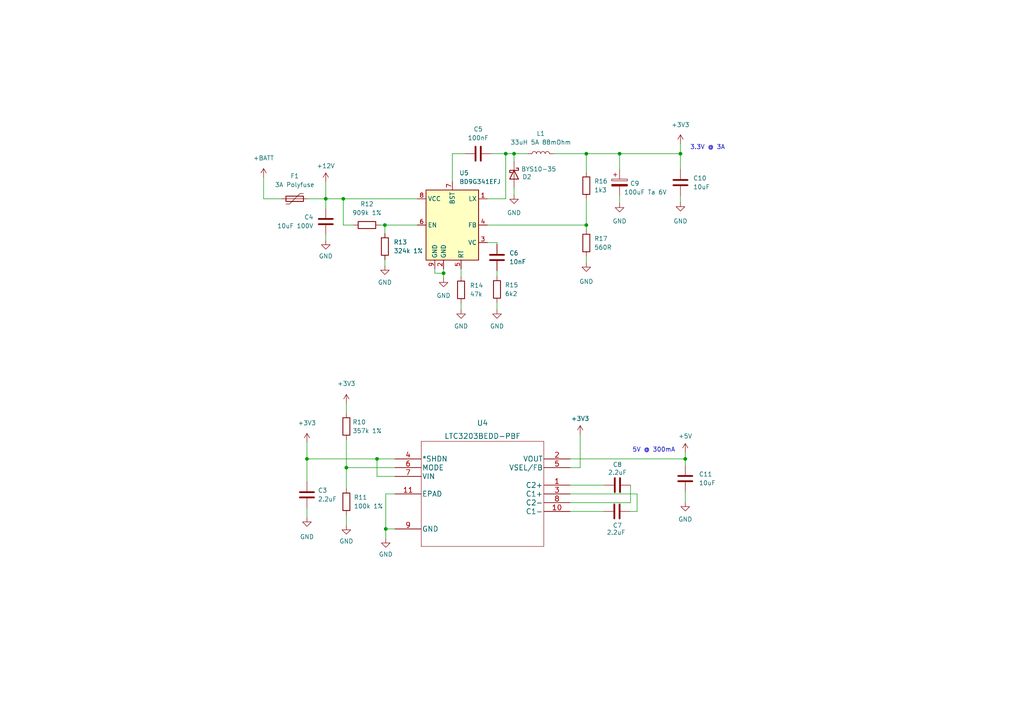
<source format=kicad_sch>
(kicad_sch (version 20211123) (generator eeschema)
  (paper "A4")
  (title_block (title "LINBus Valve Controller") (date "2023-02-17") (rev "1.0") (company "Gavin Hurlbut"))
  (lib_symbols
    (symbol "Beirdo:BD9G341EFJ"
      (property "Reference" "U" (at -6.35 11.43 0))
      (property "Value" "BD9G341EFJ" (at 7.62 11.43 0))
      (symbol "BD9G341EFJ_0_1"
        (rectangle (start -7.62 10.16) (end 7.62 -10.16) (stroke (width 0.254)) (fill (type background)))
      )
      (symbol "BD9G341EFJ_1_1"
        (pin passive line (at 10.16 7.62 180) (length 2.54) (name "LX") (number "1"))
        (pin power_in line (at -2.54 -12.7 90) (length 2.54) (name "GND") (number "2"))
        (pin output line (at 10.16 -5.08 180) (length 2.54) (name "VC") (number "3"))
        (pin input line (at 10.16 0 180) (length 2.54) (name "FB") (number "4"))
        (pin input line (at 2.54 -12.7 90) (length 2.54) (name "RT") (number "5"))
        (pin input line (at -10.16 0 0) (length 2.54) (name "EN") (number "6"))
        (pin input line (at 0 12.7 270) (length 2.54) (name "BST") (number "7"))
        (pin power_in line (at -10.16 7.62 0) (length 2.54) (name "VCC") (number "8"))
        (pin power_in line (at -5.08 -12.7 90) (length 2.54) (name "GND") (number "9"))
      )
    )
    (symbol "Device:C" (pin_numbers hide) (pin_names (offset 0.254))
      (property "Reference" "C" (at 0.635 2.54 0))
      (property "Value" "C" (at 0.635 -2.54 0))
      (symbol "C_0_1"
        (polyline (pts (xy -2.032 -0.762) (xy 2.032 -0.762)) (stroke (width 0.508)))
        (polyline (pts (xy -2.032 0.762) (xy 2.032 0.762)) (stroke (width 0.508)))
      )
      (symbol "C_1_1"
        (pin passive line (at 0 3.81 270) (length 2.794) (name "~") (number "1"))
        (pin passive line (at 0 -3.81 90) (length 2.794) (name "~") (number "2"))
      )
    )
    (symbol "Device:C_Polarized" (pin_numbers hide) (pin_names (offset 0.254))
      (property "Reference" "C" (at 0.635 2.54 0))
      (property "Value" "C_Polarized" (at 0.635 -2.54 0))
      (symbol "C_Polarized_0_1"
        (rectangle (start -2.286 0.508) (end 2.286 1.016))
        (polyline (pts (xy -1.778 2.286) (xy -0.762 2.286)))
        (polyline (pts (xy -1.27 2.794) (xy -1.27 1.778)))
        (rectangle (start 2.286 -0.508) (end -2.286 -1.016) (fill (type outline)))
      )
      (symbol "C_Polarized_1_1"
        (pin passive line (at 0 3.81 270) (length 2.794) (name "~") (number "1"))
        (pin passive line (at 0 -3.81 90) (length 2.794) (name "~") (number "2"))
      )
    )
    (symbol "Device:D_Schottky" (pin_numbers hide) (pin_names (offset 1.016) hide)
      (property "Reference" "D" (at 0 2.54 0))
      (property "Value" "D_Schottky" (at 0 -2.54 0))
      (symbol "D_Schottky_0_1"
        (polyline (pts (xy 1.27 0) (xy -1.27 0)))
        (polyline (pts (xy 1.27 1.27) (xy 1.27 -1.27) (xy -1.27 0) (xy 1.27 1.27)) (stroke (width 0.254)))
        (polyline (pts (xy -1.905 0.635) (xy -1.905 1.27) (xy -1.27 1.27) (xy -1.27 -1.27) (xy -0.635 -1.27) (xy -0.635 -0.635)) (stroke (width 0.254)))
      )
      (symbol "D_Schottky_1_1"
        (pin passive line (at -3.81 0 0) (length 2.54) (name "K") (number "1"))
        (pin passive line (at 3.81 0 180) (length 2.54) (name "A") (number "2"))
      )
    )
    (symbol "Device:L" (pin_numbers hide) (pin_names (offset 1.016) hide)
      (property "Reference" "L" (at -1.27 0 90))
      (property "Value" "L" (at 1.905 0 90))
      (symbol "L_0_1"
        (arc (start 0 -2.54) (mid 0.635 -1.905) (end 0 -1.27))
        (arc (start 0 -1.27) (mid 0.635 -0.635) (end 0 0))
        (arc (start 0 0) (mid 0.635 0.635) (end 0 1.27))
        (arc (start 0 1.27) (mid 0.635 1.905) (end 0 2.54))
      )
      (symbol "L_1_1"
        (pin passive line (at 0 3.81 270) (length 1.27) (name "1") (number "1"))
        (pin passive line (at 0 -3.81 90) (length 1.27) (name "2") (number "2"))
      )
    )
    (symbol "Device:Polyfuse" (pin_numbers hide) (pin_names (offset 0))
      (property "Reference" "F" (at -2.54 0 90))
      (property "Value" "Polyfuse" (at 2.54 0 90))
      (symbol "Polyfuse_0_1"
        (rectangle (start -0.762 2.54) (end 0.762 -2.54) (stroke (width 0.254)))
        (polyline (pts (xy 0 2.54) (xy 0 -2.54)))
        (polyline (pts (xy -1.524 2.54) (xy -1.524 1.524) (xy 1.524 -1.524) (xy 1.524 -2.54)))
      )
      (symbol "Polyfuse_1_1"
        (pin passive line (at 0 3.81 270) (length 1.27) (name "~") (number "1"))
        (pin passive line (at 0 -3.81 90) (length 1.27) (name "~") (number "2"))
      )
    )
    (symbol "Device:R" (pin_numbers hide) (pin_names (offset 0))
      (property "Reference" "R" (at 2.032 0 90))
      (property "Value" "R" (at 0 0 90))
      (symbol "R_0_1"
        (rectangle (start -1.016 -2.54) (end 1.016 2.54) (stroke (width 0.254)))
      )
      (symbol "R_1_1"
        (pin passive line (at 0 3.81 270) (length 1.27) (name "~") (number "1"))
        (pin passive line (at 0 -3.81 90) (length 1.27) (name "~") (number "2"))
      )
    )
    (symbol "UltraLibrarian:LTC3203BEDD-PBF" (pin_names (offset 0.254))
      (property "Reference" "U" (at 25.4 10.16 0))
      (property "Value" "LTC3203BEDD-PBF" (at 25.4 7.62 0))
      (symbol "LTC3203BEDD-PBF_1_1"
        (polyline (pts (xy 7.62 -25.4) (xy 43.18 -25.4)) (stroke (width 0.127)))
        (polyline (pts (xy 7.62 5.08) (xy 7.62 -25.4)) (stroke (width 0.127)))
        (polyline (pts (xy 43.18 -25.4) (xy 43.18 5.08)) (stroke (width 0.127)))
        (polyline (pts (xy 43.18 5.08) (xy 7.62 5.08)) (stroke (width 0.127)))
        (pin unspecified line (at 50.8 -7.62 180) (length 7.62) (name "C2+") (number "1"))
        (pin unspecified line (at 50.8 -15.24 180) (length 7.62) (name "C1-") (number "10"))
        (pin unspecified line (at 0 -10.16 0) (length 7.62) (name "EPAD") (number "11"))
        (pin output line (at 50.8 0 180) (length 7.62) (name "VOUT") (number "2"))
        (pin unspecified line (at 50.8 -10.16 180) (length 7.62) (name "C1+") (number "3"))
        (pin input line (at 0 0 0) (length 7.62) (name "*SHDN") (number "4"))
        (pin output line (at 50.8 -2.54 180) (length 7.62) (name "VSEL/FB") (number "5"))
        (pin input line (at 0 -2.54 0) (length 7.62) (name "MODE") (number "6"))
        (pin input line (at 0 -5.08 0) (length 7.62) (name "VIN") (number "7"))
        (pin unspecified line (at 50.8 -12.7 180) (length 7.62) (name "C2-") (number "8"))
        (pin power_in line (at 0 -20.32 0) (length 7.62) (name "GND") (number "9"))
      )
    )
    (symbol "power:+12V" (power) (pin_names (offset 0))
      (property "Value" "+12V" (at 0 3.556 0))
      (symbol "+12V_0_1"
        (polyline (pts (xy -0.762 1.27) (xy 0 2.54)))
        (polyline (pts (xy 0 0) (xy 0 2.54)))
        (polyline (pts (xy 0 2.54) (xy 0.762 1.27)))
      )
      (symbol "+12V_1_1"
        (pin power_in line (at 0 0 90) (length 0) hide (name "+12V") (number "1"))
      )
    )
    (symbol "power:+3V3" (power) (pin_names (offset 0))
      (property "Value" "+3V3" (at 0 3.556 0))
      (symbol "+3V3_0_1"
        (polyline (pts (xy -0.762 1.27) (xy 0 2.54)))
        (polyline (pts (xy 0 0) (xy 0 2.54)))
        (polyline (pts (xy 0 2.54) (xy 0.762 1.27)))
      )
      (symbol "+3V3_1_1"
        (pin power_in line (at 0 0 90) (length 0) hide (name "+3V3") (number "1"))
      )
    )
    (symbol "power:+5V" (power) (pin_names (offset 0))
      (property "Value" "+5V" (at 0 3.556 0))
      (symbol "+5V_0_1"
        (polyline (pts (xy -0.762 1.27) (xy 0 2.54)))
        (polyline (pts (xy 0 0) (xy 0 2.54)))
        (polyline (pts (xy 0 2.54) (xy 0.762 1.27)))
      )
      (symbol "+5V_1_1"
        (pin power_in line (at 0 0 90) (length 0) hide (name "+5V") (number "1"))
      )
    )
    (symbol "power:+BATT" (power) (pin_names (offset 0))
      (property "Value" "+BATT" (at 0 3.556 0))
      (symbol "+BATT_0_1"
        (polyline (pts (xy -0.762 1.27) (xy 0 2.54)))
        (polyline (pts (xy 0 0) (xy 0 2.54)))
        (polyline (pts (xy 0 2.54) (xy 0.762 1.27)))
      )
      (symbol "+BATT_1_1"
        (pin power_in line (at 0 0 90) (length 0) hide (name "+BATT") (number "1"))
      )
    )
    (symbol "power:GND" (power) (pin_names (offset 0))
      (property "Value" "GND" (at 0 -3.81 0))
      (symbol "GND_0_1"
        (polyline (pts (xy 0 0) (xy 0 -1.27) (xy 1.27 -1.27) (xy 0 -2.54) (xy -1.27 -1.27) (xy 0 -1.27)))
      )
      (symbol "GND_1_1"
        (pin power_in line (at 0 0 270) (length 0) hide (name "GND") (number "1"))
      )
    )
  )
  (junction (at 109.347 133.096))
  (junction (at 179.705 44.577))
  (junction (at 170.053 44.577))
  (junction (at 94.488 57.658))
  (junction (at 99.568 57.658))
  (junction (at 111.887 153.416))
  (junction (at 89.027 133.096))
  (junction (at 100.457 135.636))
  (junction (at 149.098 44.577))
  (junction (at 198.755 133.096))
  (junction (at 128.651 79.248))
  (junction (at 197.358 44.577))
  (junction (at 170.053 65.278))
  (junction (at 146.685 44.577))
  (junction (at 111.633 65.278))
  (wire (pts (xy 170.053 74.295) (xy 170.053 76.2)))
  (wire (pts (xy 100.457 116.967) (xy 100.457 119.888)))
  (wire (pts (xy 142.494 44.577) (xy 146.685 44.577)))
  (wire (pts (xy 170.053 65.278) (xy 170.053 66.675)))
  (wire (pts (xy 165.354 148.336) (xy 175.133 148.336)))
  (wire (pts (xy 149.098 44.577) (xy 149.098 46.863)))
  (wire (pts (xy 128.651 79.248) (xy 128.651 80.645)))
  (wire (pts (xy 128.651 77.978) (xy 128.651 79.248)))
  (wire (pts (xy 184.785 148.336) (xy 182.753 148.336)))
  (wire (pts (xy 197.358 41.656) (xy 197.358 44.577)))
  (wire (pts (xy 111.887 143.256) (xy 111.887 153.416)))
  (wire (pts (xy 94.488 52.705) (xy 94.488 57.658)))
  (wire (pts (xy 198.755 131.191) (xy 198.755 133.096)))
  (wire (pts (xy 81.661 57.658) (xy 76.454 57.658)))
  (wire (pts (xy 109.347 133.096) (xy 114.554 133.096)))
  (wire (pts (xy 100.457 127.508) (xy 100.457 135.636)))
  (wire (pts (xy 168.275 125.984) (xy 168.275 135.636)))
  (wire (pts (xy 131.191 52.578) (xy 131.191 44.577)))
  (wire (pts (xy 165.354 140.716) (xy 175.26 140.716)))
  (wire (pts (xy 165.354 145.796) (xy 182.88 145.796)))
  (wire (pts (xy 110.236 65.278) (xy 111.633 65.278)))
  (wire (pts (xy 131.191 44.577) (xy 134.874 44.577)))
  (wire (pts (xy 89.027 147.32) (xy 89.027 150.114)))
  (wire (pts (xy 99.568 57.658) (xy 121.031 57.658)))
  (wire (pts (xy 144.145 87.757) (xy 144.145 89.789)))
  (wire (pts (xy 170.053 44.577) (xy 170.053 50.038)))
  (wire (pts (xy 94.488 57.658) (xy 94.488 60.452)))
  (wire (pts (xy 197.358 44.577) (xy 197.358 49.149)))
  (wire (pts (xy 141.351 65.278) (xy 170.053 65.278)))
  (wire (pts (xy 76.454 57.658) (xy 76.454 51.435)))
  (wire (pts (xy 146.685 44.577) (xy 146.685 57.658)))
  (wire (pts (xy 89.027 133.096) (xy 109.347 133.096)))
  (wire (pts (xy 198.755 133.096) (xy 198.755 135.001)))
  (wire (pts (xy 149.098 54.483) (xy 149.098 56.515)))
  (wire (pts (xy 165.354 133.096) (xy 198.755 133.096)))
  (wire (pts (xy 182.88 145.796) (xy 182.88 140.716)))
  (wire (pts (xy 94.488 68.072) (xy 94.488 69.723)))
  (wire (pts (xy 111.887 153.416) (xy 111.887 156.21)))
  (wire (pts (xy 100.457 135.636) (xy 114.554 135.636)))
  (wire (pts (xy 111.887 153.416) (xy 114.554 153.416)))
  (wire (pts (xy 111.633 65.278) (xy 121.031 65.278)))
  (wire (pts (xy 126.111 77.978) (xy 126.111 79.248)))
  (wire (pts (xy 149.098 44.577) (xy 153.035 44.577)))
  (wire (pts (xy 126.111 79.248) (xy 128.651 79.248)))
  (wire (pts (xy 89.281 57.658) (xy 94.488 57.658)))
  (wire (pts (xy 99.568 65.278) (xy 99.568 57.658)))
  (wire (pts (xy 144.145 70.358) (xy 144.145 70.866)))
  (wire (pts (xy 109.347 138.176) (xy 109.347 133.096)))
  (wire (pts (xy 144.145 78.486) (xy 144.145 80.137)))
  (wire (pts (xy 89.027 133.096) (xy 89.027 139.7)))
  (wire (pts (xy 198.755 142.621) (xy 198.755 145.669)))
  (wire (pts (xy 102.616 65.278) (xy 99.568 65.278)))
  (wire (pts (xy 114.554 138.176) (xy 109.347 138.176)))
  (wire (pts (xy 179.705 44.577) (xy 179.705 49.149)))
  (wire (pts (xy 111.633 65.278) (xy 111.633 67.691)))
  (wire (pts (xy 179.705 44.577) (xy 197.358 44.577)))
  (wire (pts (xy 170.053 57.658) (xy 170.053 65.278)))
  (wire (pts (xy 100.457 135.636) (xy 100.457 141.732)))
  (wire (pts (xy 89.027 128.27) (xy 89.027 133.096)))
  (wire (pts (xy 168.275 135.636) (xy 165.354 135.636)))
  (wire (pts (xy 179.705 56.769) (xy 179.705 58.928)))
  (wire (pts (xy 114.554 143.256) (xy 111.887 143.256)))
  (wire (pts (xy 94.488 57.658) (xy 99.568 57.658)))
  (wire (pts (xy 133.731 87.884) (xy 133.731 89.789)))
  (wire (pts (xy 111.633 75.311) (xy 111.633 77.089)))
  (wire (pts (xy 184.785 143.256) (xy 184.785 148.336)))
  (wire (pts (xy 141.351 70.358) (xy 144.145 70.358)))
  (wire (pts (xy 100.457 149.352) (xy 100.457 152.4)))
  (wire (pts (xy 197.358 56.769) (xy 197.358 58.674)))
  (wire (pts (xy 141.351 57.658) (xy 146.685 57.658)))
  (wire (pts (xy 170.053 44.577) (xy 179.705 44.577)))
  (wire (pts (xy 146.685 44.577) (xy 149.098 44.577)))
  (wire (pts (xy 133.731 77.978) (xy 133.731 80.264)))
  (wire (pts (xy 165.354 143.256) (xy 184.785 143.256)))
  (wire (pts (xy 160.655 44.577) (xy 170.053 44.577)))
  (text "3.3V @ 3A" (at 210.312 43.561 180) (effects (font (size 1.27 1.27)) (justify right bottom)))
  (text "5V @ 300mA" (at 183.388 131.318 0) (effects (font (size 1.27 1.27)) (justify left bottom)))
  (symbol (lib_id "power:GND") (at 144.145 89.789 0) (unit 1)
    (property "Reference" "#PWR030" (effects hide))
    (property "Value" "GND" (at 144.145 94.615 0))
  )
  (symbol (lib_id "power:+3V3") (at 100.457 116.967 0) (unit 1)
    (property "Reference" "#PWR024" (effects hide))
    (property "Value" "+3V3" (at 100.457 111.252 0))
  )
  (symbol (lib_id "Device:C") (at 179.07 140.716 90) (unit 1)
    (property "Reference" "C8" (at 179.07 134.747 90))
    (property "Value" "2.2uF" (at 179.07 137.033 90))
    (property "Footprint" "Capacitor_SMD:C_0805_2012Metric_Pad1.18x1.45mm_HandSolder" (effects hide))
  )
  (symbol (lib_id "power:GND") (at 100.457 152.4 0) (unit 1)
    (property "Reference" "#PWR025" (effects hide))
    (property "Value" "GND" (at 100.457 156.972 0))
  )
  (symbol (lib_id "power:GND") (at 197.358 58.674 0) (unit 1)
    (property "Reference" "#PWR036" (effects hide))
    (property "Value" "GND" (at 197.358 64.135 0))
  )
  (symbol (lib_id "Device:R") (at 106.426 65.278 90) (unit 1)
    (property "Reference" "R12" (at 106.426 59.182 90))
    (property "Value" "909k 1%" (at 106.426 61.722 90))
    (property "Footprint" "Resistor_SMD:R_0805_2012Metric_Pad1.20x1.40mm_HandSolder" (effects hide))
  )
  (symbol (lib_id "power:+3V3") (at 197.358 41.656 0) (unit 1)
    (property "Reference" "#PWR035" (effects hide))
    (property "Value" "+3V3" (at 197.358 36.195 0))
  )
  (symbol (lib_id "power:GND") (at 149.098 56.515 0) (unit 1)
    (property "Reference" "#PWR031" (effects hide))
    (property "Value" "GND" (at 149.098 61.722 0))
  )
  (symbol (lib_id "power:+BATT") (at 76.454 51.435 0) (unit 1)
    (property "Reference" "#PWR019" (effects hide))
    (property "Value" "+BATT" (at 76.454 45.847 0))
  )
  (symbol (lib_id "Beirdo:BD9G341EFJ") (at 131.191 65.278 0) (unit 1)
    (property "Reference" "U5" (at 133.2104 50.165 0) (effects (justify left)))
    (property "Value" "BD9G341EFJ" (at 133.2104 52.705 0) (effects (justify left)))
    (property "Footprint" "Package_SO:HTSOP-8-1EP_3.9x4.9mm_P1.27mm_EP2.4x3.2mm_ThermalVias" (effects hide))
    (property "Datasheet" "https://media.digikey.com/pdf/Data%20Sheets/Rohm%20PDFs/BD9G341EFJ.pdf" (effects hide))
  )
  (symbol (lib_id "power:GND") (at 89.027 150.114 0) (unit 1)
    (property "Reference" "#PWR021" (effects hide))
    (property "Value" "GND" (at 89.027 155.702 0))
  )
  (symbol (lib_id "power:GND") (at 170.053 76.2 0) (unit 1)
    (property "Reference" "#PWR033" (effects hide))
    (property "Value" "GND" (at 170.053 81.661 0))
  )
  (symbol (lib_id "power:+5V") (at 198.755 131.191 0) (unit 1)
    (property "Reference" "#PWR037" (effects hide))
    (property "Value" "+5V" (at 198.755 126.492 0))
  )
  (symbol (lib_id "power:GND") (at 111.887 156.21 0) (unit 1)
    (property "Reference" "#PWR027" (effects hide))
    (property "Value" "GND" (at 111.887 160.782 0))
  )
  (symbol (lib_id "Device:C") (at 138.684 44.577 90) (unit 1)
    (property "Reference" "C5" (at 138.684 37.465 90))
    (property "Value" "100nF" (at 138.684 40.005 90))
    (property "Footprint" "Capacitor_SMD:C_0805_2012Metric_Pad1.18x1.45mm_HandSolder" (effects hide))
  )
  (symbol (lib_id "Device:C_Polarized") (at 179.705 52.959 0) (unit 1)
    (property "Reference" "C9" (at 182.753 53.213 0) (effects (justify left)))
    (property "Value" "100uF Ta 6V" (at 180.975 55.753 0) (effects (justify left)))
    (property "Footprint" "Capacitor_Tantalum_SMD:CP_EIA-3216-10_Kemet-I_Pad1.58x1.35mm_HandSolder" (effects hide))
  )
  (symbol (lib_id "power:GND") (at 94.488 69.723 0) (unit 1)
    (property "Reference" "#PWR023" (effects hide))
    (property "Value" "GND" (at 94.488 74.295 0))
  )
  (symbol (lib_id "Device:C") (at 144.145 74.676 0) (unit 1)
    (property "Reference" "C6" (at 147.701 73.4059 0) (effects (justify left)))
    (property "Value" "10nF" (at 147.701 75.9459 0) (effects (justify left)))
    (property "Footprint" "Capacitor_SMD:C_0805_2012Metric_Pad1.18x1.45mm_HandSolder" (effects hide))
  )
  (symbol (lib_id "Device:L") (at 156.845 44.577 90) (unit 1)
    (property "Reference" "L1" (at 156.845 38.735 90))
    (property "Value" "33uH 5A 88mOhm" (at 156.845 41.275 90))
    (property "Footprint" "Beirdo:PM4346.333NLT" (effects hide))
    (property "Digikey" "553-PM4346.333NLTTR-ND" (effects hide))
  )
  (symbol (lib_id "power:GND") (at 198.755 145.669 0) (unit 1)
    (property "Reference" "#PWR038" (effects hide))
    (property "Value" "GND" (at 198.755 150.622 0))
  )
  (symbol (lib_id "Device:C") (at 89.027 143.51 0) (unit 1)
    (property "Reference" "C3" (at 92.202 142.2399 0) (effects (justify left)))
    (property "Value" "2.2uF" (at 92.202 144.7799 0) (effects (justify left)))
    (property "Footprint" "Capacitor_SMD:C_0805_2012Metric_Pad1.18x1.45mm_HandSolder" (effects hide))
  )
  (symbol (lib_id "power:+3V3") (at 168.275 125.984 0) (unit 1)
    (property "Reference" "#PWR032" (effects hide))
    (property "Value" "+3V3" (at 168.275 121.412 0))
  )
  (symbol (lib_id "power:GND") (at 111.633 77.089 0) (unit 1)
    (property "Reference" "#PWR026" (effects hide))
    (property "Value" "GND" (at 111.633 81.915 0))
  )
  (symbol (lib_id "Device:R") (at 100.457 145.542 180) (unit 1)
    (property "Reference" "R11" (at 102.616 144.2719 0) (effects (justify right)))
    (property "Value" "100k 1%" (at 102.616 146.8119 0) (effects (justify right)))
    (property "Footprint" "Resistor_SMD:R_0805_2012Metric_Pad1.20x1.40mm_HandSolder" (effects hide))
  )
  (symbol (lib_id "Device:Polyfuse") (at 85.471 57.658 90) (unit 1)
    (property "Reference" "F1" (at 85.471 51.054 90))
    (property "Value" "3A Polyfuse" (at 85.471 53.594 90))
    (property "Footprint" "Resistor_SMD:R_1812_4532Metric_Pad1.30x3.40mm_HandSolder" (effects hide))
    (property "Digikey" "F2772CT-ND" (effects hide))
  )
  (symbol (lib_id "Device:C") (at 94.488 64.262 0) (mirror y) (unit 1)
    (property "Reference" "C4" (at 90.932 62.9919 0) (effects (justify left)))
    (property "Value" "10uF 100V" (at 90.932 65.5319 0) (effects (justify left)))
    (property "Footprint" "Capacitor_SMD:C_1210_3225Metric_Pad1.33x2.70mm_HandSolder" (effects hide))
  )
  (symbol (lib_id "power:+12V") (at 94.488 52.705 0) (unit 1)
    (property "Reference" "#PWR022" (effects hide))
    (property "Value" "+12V" (at 94.488 48.133 0))
  )
  (symbol (lib_id "UltraLibrarian:LTC3203BEDD-PBF") (at 114.554 133.096 0) (unit 1)
    (property "Reference" "U4" (at 139.954 122.682 0) (effects (font (size 1.524 1.524))))
    (property "Value" "LTC3203BEDD-PBF" (at 139.954 126.492 0) (effects (font (size 1.524 1.524))))
    (property "Footprint" "UltraLibrarian:LTC3203BEDD-PBF" (effects hide))
  )
  (symbol (lib_id "Device:R") (at 170.053 70.485 0) (unit 1)
    (property "Reference" "R17" (at 172.339 69.2149 0) (effects (justify left)))
    (property "Value" "560R" (at 172.339 71.7549 0) (effects (justify left)))
    (property "Footprint" "Resistor_SMD:R_0805_2012Metric_Pad1.20x1.40mm_HandSolder" (effects hide))
  )
  (symbol (lib_id "power:GND") (at 128.651 80.645 0) (unit 1)
    (property "Reference" "#PWR028" (effects hide))
    (property "Value" "GND" (at 128.651 85.725 0))
  )
  (symbol (lib_id "power:GND") (at 179.705 58.928 0) (unit 1)
    (property "Reference" "#PWR034" (effects hide))
    (property "Value" "GND" (at 179.705 64.135 0))
  )
  (symbol (lib_id "Device:D_Schottky") (at 149.098 50.673 270) (unit 1)
    (property "Reference" "D2" (at 154.178 51.308 90) (effects (justify right)))
    (property "Value" "BYS10-35" (at 161.3408 49.0474 90) (effects (justify right)))
    (property "Footprint" "Diode_SMD:D_SMA_Handsoldering" (effects hide))
  )
  (symbol (lib_id "Device:C") (at 178.943 148.336 90) (mirror x) (unit 1)
    (property "Reference" "C7" (at 179.07 152.4 90))
    (property "Value" "2.2uF" (at 178.689 154.432 90))
    (property "Footprint" "Capacitor_SMD:C_0805_2012Metric_Pad1.18x1.45mm_HandSolder" (effects hide))
  )
  (symbol (lib_id "Device:R") (at 100.457 123.698 0) (unit 1)
    (property "Reference" "R10" (at 102.235 122.4279 0) (effects (justify left)))
    (property "Value" "357k 1%" (at 102.235 124.9679 0) (effects (justify left)))
    (property "Footprint" "Resistor_SMD:R_0805_2012Metric_Pad1.20x1.40mm_HandSolder" (effects hide))
  )
  (symbol (lib_id "power:GND") (at 133.731 89.789 0) (unit 1)
    (property "Reference" "#PWR029" (effects hide))
    (property "Value" "GND" (at 133.731 94.615 0))
  )
  (symbol (lib_id "Device:R") (at 144.145 83.947 0) (unit 1)
    (property "Reference" "R15" (at 146.431 82.6769 0) (effects (justify left)))
    (property "Value" "6k2" (at 146.431 85.2169 0) (effects (justify left)))
    (property "Footprint" "Resistor_SMD:R_0805_2012Metric_Pad1.20x1.40mm_HandSolder" (effects hide))
  )
  (symbol (lib_id "Device:R") (at 111.633 71.501 0) (unit 1)
    (property "Reference" "R13" (at 114.173 70.2309 0) (effects (justify left)))
    (property "Value" "324k 1%" (at 114.173 72.7709 0) (effects (justify left)))
    (property "Footprint" "Resistor_SMD:R_0805_2012Metric_Pad1.20x1.40mm_HandSolder" (effects hide))
  )
  (symbol (lib_id "Device:R") (at 133.731 84.074 0) (unit 1)
    (property "Reference" "R14" (at 136.271 82.8039 0) (effects (justify left)))
    (property "Value" "47k" (at 136.271 85.3439 0) (effects (justify left)))
    (property "Footprint" "Resistor_SMD:R_0805_2012Metric_Pad1.20x1.40mm_HandSolder" (effects hide))
  )
  (symbol (lib_id "Device:C") (at 197.358 52.959 0) (unit 1)
    (property "Reference" "C10" (at 201.041 51.6889 0) (effects (justify left)))
    (property "Value" "10uF" (at 201.041 54.2289 0) (effects (justify left)))
    (property "Footprint" "Capacitor_SMD:C_0805_2012Metric_Pad1.18x1.45mm_HandSolder" (effects hide))
  )
  (symbol (lib_id "Device:R") (at 170.053 53.848 0) (unit 1)
    (property "Reference" "R16" (at 172.339 52.5779 0) (effects (justify left)))
    (property "Value" "1k3" (at 172.339 55.1179 0) (effects (justify left)))
    (property "Footprint" "Resistor_SMD:R_0805_2012Metric_Pad1.20x1.40mm_HandSolder" (effects hide))
  )
  (symbol (lib_id "power:+3V3") (at 89.027 128.27 0) (unit 1)
    (property "Reference" "#PWR020" (effects hide))
    (property "Value" "+3V3" (at 89.027 122.682 0))
  )
  (symbol (lib_id "Device:C") (at 198.755 138.811 0) (unit 1)
    (property "Reference" "C11" (at 202.692 137.5409 0) (effects (justify left)))
    (property "Value" "10uF" (at 202.692 140.0809 0) (effects (justify left)))
    (property "Footprint" "Capacitor_SMD:C_0805_2012Metric_Pad1.18x1.45mm_HandSolder" (effects hide))
  )
)
</source>
